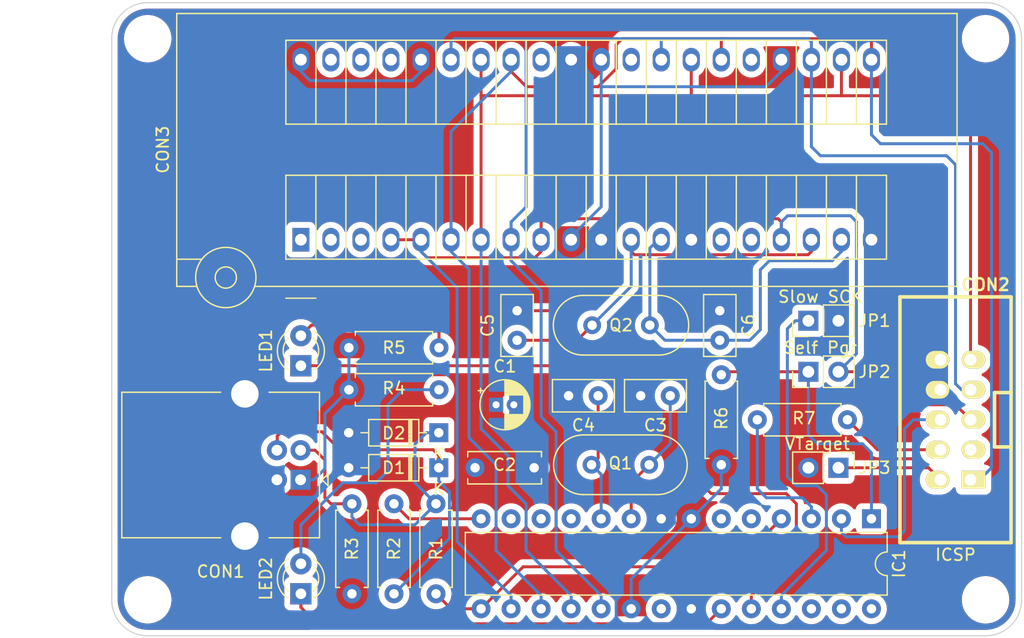
<source format=kicad_pcb>
(kicad_pcb (version 20211014) (generator pcbnew)
  (title_block (title "USBasp - USB programmer for Atmel AVR controllers") (date "2022-12-04") (rev "v01.2") (comment 2 "https://www.gnu.org/licenses/gpl.html") (comment 3 "License: GNU General Public License (GPL) version 3") (comment 4 "Author: Poly Electronics"))
  (layers (0 "F.Cu" signal) (31 "B.Cu" signal) (34 "B.Paste" user) (35 "F.Paste" user) (36 "B.SilkS" user "B.Silkscreen") (37 "F.SilkS" user "F.Silkscreen") (38 "B.Mask" user) (39 "F.Mask" user) (44 "Edge.Cuts" user))
  (net 0 "")
  (net 1 "GND")
  (net 2 "+5V")
  (net 3 "Net-(C3-Pad1)")
  (net 4 "Net-(C4-Pad1)")
  (net 5 "OSC1")
  (net 6 "OSC2")
  (net 7 "Net-(CON1-Pad3)")
  (net 8 "Net-(CON1-Pad2)")
  (net 9 "MISO")
  (net 10 "SCK")
  (net 11 "Net-(CON2-Pad6)")
  (net 12 "RST")
  (net 13 "Net-(CON2-Pad4)")
  (net 15 "Net-(CON2-Pad2)")
  (net 16 "MOSI")
  (net 17 "Net-(IC1-Pad14)")
  (net 18 "Net-(IC1-Pad25)")
  (net 19 "Net-(IC1-Pad24)")
  (net 20 "Net-(IC1-Pad23)")
  (net 21 "Net-(IC1-Pad15)")
  (net 22 "Net-(IC1-Pad3)")
  (net 23 "Net-(IC1-Pad1)")
  (net 24 "Net-(LED1-Pad2)")
  (net 25 "Net-(LED2-Pad2)")
  (footprint "LED_THT:LED_D3.0mm" (layer "F.Cu") (at 123.19 104.14 90)
    (fp_text reference "LED1" (at 1.27 -2.96 90) (layer "F.SilkS"))
    (fp_text value "green")
    (pad "1" thru_hole rect (at 0 0 90) (size 1.8 1.8) (drill 0.9) (layers *.Cu *.Mask) (net 19 "Net-(IC1-Pad24)"))
    (pad "2" thru_hole circle (at 2.54 0 90) (size 1.8 1.8) (drill 0.9) (layers *.Cu *.Mask) (net 24 "Net-(LED1-Pad2)"))
  )
  (footprint "LED_THT:LED_D3.0mm" (layer "F.Cu") (at 123.19 123.444 90)
    (fp_text reference "LED2" (at 1.27 -2.96 90) (layer "F.SilkS"))
    (fp_text value "red")
    (pad "1" thru_hole rect (at 0 0 90) (size 1.8 1.8) (drill 0.9) (layers *.Cu *.Mask) (net 20 "Net-(IC1-Pad23)"))
    (pad "2" thru_hole circle (at 2.54 0 90) (size 1.8 1.8) (drill 0.9) (layers *.Cu *.Mask) (net 25 "Net-(LED2-Pad2)"))
  )
  (footprint "Connector_PinHeader_2.54mm:PinHeader_1x02_P2.54mm_Vertical" (layer "F.Cu") (at 166.116 104.648 90)
    (fp_text reference "JP2" (at 0 5.588 180) (layer "F.SilkS"))
    (fp_text value "Self programming")
    (pad "1" thru_hole rect (at 0 0 90) (size 1.7 1.7) (drill 1) (layers *.Cu *.Mask) (net 23 "Net-(IC1-Pad1)"))
    (pad "2" thru_hole oval (at 0 2.54 90) (size 1.7 1.7) (drill 1) (layers *.Cu *.Mask) (net 12 "RST"))
  )
  (footprint "Resistor_THT:R_Axial_DIN0207_L6.3mm_D2.5mm_P7.62mm_Horizontal" (layer "F.Cu") (at 131.064 123.444 90)
    (fp_text reference "R2" (at 3.81 0 90) (layer "F.SilkS"))
    (fp_text value "68")
    (pad "1" thru_hole circle (at 0 0 90) (size 1.6 1.6) (drill 0.8) (layers *.Cu *.Mask) (net 7 "Net-(CON1-Pad3)"))
    (pad "2" thru_hole oval (at 7.62 0 90) (size 1.6 1.6) (drill 0.8) (layers *.Cu *.Mask) (net 17 "Net-(IC1-Pad14)"))
  )
  (footprint "Connector_JTAG:vasch_strip_5x2" (layer "F.Cu") (at 178.562 108.712 90)
    (fp_text reference "CON2" (at 11.43 2.54 180) (layer "F.SilkS") (effects (font (thickness 0.2032))))
    (fp_text value "ICSP" hide)
    (pad "1" thru_hole rect (at -5.08 1.27 90) (size 1.5 2) (drill 1 (offset 0 0.25)) (layers *.Cu *.Mask "F.SilkS") (net 16 "MOSI"))
    (pad "2" thru_hole oval (at -5.08 -1.27 90) (size 1.5 2) (drill 1 (offset 0 -0.25)) (layers *.Cu *.Mask "F.SilkS") (net 15 "Net-(CON2-Pad2)"))
    (pad "3" thru_hole oval (at -2.54 1.27 90) (size 1.5 2) (drill 1 (offset 0 0.25)) (layers *.Cu *.Mask "F.SilkS"))
    (pad "4" thru_hole oval (at -2.54 -1.27 90) (size 1.5 2) (drill 1 (offset 0 -0.25)) (layers *.Cu *.Mask "F.SilkS") (net 13 "Net-(CON2-Pad4)"))
    (pad "5" thru_hole oval (at 0 1.27 90) (size 1.5 2) (drill 1 (offset 0 0.25)) (layers *.Cu *.Mask "F.SilkS") (net 12 "RST"))
    (pad "6" thru_hole oval (at 0 -1.27 90) (size 1.5 2) (drill 1 (offset 0 -0.25)) (layers *.Cu *.Mask "F.SilkS") (net 11 "Net-(CON2-Pad6)"))
    (pad "7" thru_hole oval (at 2.54 1.27 90) (size 1.5 2) (drill 1 (offset 0 0.25)) (layers *.Cu *.Mask "F.SilkS") (net 10 "SCK"))
    (pad "8" thru_hole oval (at 2.54 -1.27 90) (size 1.5 2) (drill 1 (offset 0 -0.25)) (layers *.Cu *.Mask "F.SilkS") (net 1 "GND"))
    (pad "9" thru_hole oval (at 5.08 1.27 90) (size 1.5 2) (drill 1 (offset 0 0.25)) (layers *.Cu *.Mask "F.SilkS") (net 9 "MISO"))
    (pad "10" thru_hole oval (at 5.08 -1.27 90) (size 1.5 2) (drill 1 (offset 0 -0.25)) (layers *.Cu *.Mask "F.SilkS") (net 1 "GND"))
  )
  (footprint "Resistor_THT:R_Axial_DIN0207_L6.3mm_D2.5mm_P7.62mm_Horizontal" (layer "F.Cu") (at 127.254 102.616)
    (fp_text reference "R5" (at 3.81 0) (layer "F.SilkS"))
    (fp_text value "1K")
    (pad "1" thru_hole circle (at 0 0) (size 1.6 1.6) (drill 0.8) (layers *.Cu *.Mask) (net 2 "+5V"))
    (pad "2" thru_hole oval (at 7.62 0) (size 1.6 1.6) (drill 0.8) (layers *.Cu *.Mask) (net 24 "Net-(LED1-Pad2)"))
  )
  (footprint "Resistor_THT:R_Axial_DIN0207_L6.3mm_D2.5mm_P7.62mm_Horizontal" (layer "F.Cu") (at 127.254 106.172)
    (fp_text reference "R4" (at 3.81 -0.127) (layer "F.SilkS"))
    (fp_text value "1K")
    (pad "1" thru_hole circle (at 0 0) (size 1.6 1.6) (drill 0.8) (layers *.Cu *.Mask) (net 2 "+5V"))
    (pad "2" thru_hole oval (at 7.62 0) (size 1.6 1.6) (drill 0.8) (layers *.Cu *.Mask) (net 25 "Net-(LED2-Pad2)"))
  )
  (footprint "Resistor_THT:R_Axial_DIN0207_L6.3mm_D2.5mm_P7.62mm_Horizontal" (layer "F.Cu") (at 158.75 112.522 90)
    (fp_text reference "R6" (at 3.937 0 90) (layer "F.SilkS"))
    (fp_text value "10K")
    (pad "1" thru_hole circle (at 0 0 90) (size 1.6 1.6) (drill 0.8) (layers *.Cu *.Mask) (net 2 "+5V"))
    (pad "2" thru_hole oval (at 7.62 0 90) (size 1.6 1.6) (drill 0.8) (layers *.Cu *.Mask) (net 23 "Net-(IC1-Pad1)"))
  )
  (footprint "Crystal:Crystal_HC49-U_Vertical" (layer "F.Cu") (at 152.654 112.522 180)
    (fp_text reference "Q1" (at 2.44 0.127) (layer "F.SilkS"))
    (fp_text value "12MHz")
    (pad "1" thru_hole circle (at 0 0 180) (size 1.5 1.5) (drill 0.8) (layers *.Cu *.Mask) (net 3 "Net-(C3-Pad1)"))
    (pad "2" thru_hole circle (at 4.88 0 180) (size 1.5 1.5) (drill 0.8) (layers *.Cu *.Mask) (net 4 "Net-(C4-Pad1)"))
  )
  (footprint "Diode_THT:D_DO-35_SOD27_P7.62mm_Horizontal" (layer "F.Cu") (at 134.855 109.81 180)
    (fp_text reference "D2" (at 3.81 -0.045) (layer "F.SilkS"))
    (fp_text value "3V6")
    (fp_text user "K" (at 0 -1.8) (layer "F.SilkS"))
    (pad "1" thru_hole rect (at 0 0 180) (size 1.6 1.6) (drill 0.8) (layers *.Cu *.Mask) (net 8 "Net-(CON1-Pad2)"))
    (pad "2" thru_hole oval (at 7.62 0 180) (size 1.6 1.6) (drill 0.8) (layers *.Cu *.Mask) (net 1 "GND"))
  )
  (footprint "Connector_PinHeader_2.54mm:PinHeader_1x02_P2.54mm_Vertical" (layer "F.Cu") (at 168.656 112.776 -90)
    (fp_text reference "JP3" (at 0 -3.048 180) (layer "F.SilkS"))
    (fp_text value "VTarget")
    (pad "1" thru_hole rect (at 0 0 270) (size 1.7 1.7) (drill 1) (layers *.Cu *.Mask) (net 15 "Net-(CON2-Pad2)"))
    (pad "2" thru_hole oval (at 0 2.54 270) (size 1.7 1.7) (drill 1) (layers *.Cu *.Mask) (net 2 "+5V"))
  )
  (footprint "Diode_THT:D_DO-35_SOD27_P7.62mm_Horizontal" (layer "F.Cu") (at 134.855 112.776 180)
    (fp_text reference "D1" (at 3.81 0) (layer "F.SilkS"))
    (fp_text value "3V6")
    (fp_text user "K" (at 0 -1.8) (layer "F.SilkS"))
    (pad "1" thru_hole rect (at 0 0 180) (size 1.6 1.6) (drill 0.8) (layers *.Cu *.Mask) (net 7 "Net-(CON1-Pad3)"))
    (pad "2" thru_hole oval (at 7.62 0 180) (size 1.6 1.6) (drill 0.8) (layers *.Cu *.Mask) (net 1 "GND"))
  )
  (footprint "MountingHole:MountingHole_3mm" (layer "F.Cu") (at 110.236 123.952)
    (fp_text reference "H3" hide)
    (fp_text value "MountingHole" hide)
    (pad "" np_thru_hole circle (at 0 0) (size 3 3) (drill 3) (layers *.Cu *.Mask))
  )
  (footprint "Resistor_THT:R_Axial_DIN0207_L6.3mm_D2.5mm_P7.62mm_Horizontal" (layer "F.Cu") (at 134.62 115.824 -90)
    (fp_text reference "R1" (at 3.81 0 90) (layer "F.SilkS"))
    (fp_text value "68")
    (pad "1" thru_hole circle (at 0 0 270) (size 1.6 1.6) (drill 0.8) (layers *.Cu *.Mask) (net 8 "Net-(CON1-Pad2)"))
    (pad "2" thru_hole oval (at 7.62 0 270) (size 1.6 1.6) (drill 0.8) (layers *.Cu *.Mask) (net 21 "Net-(IC1-Pad15)"))
  )
  (footprint "Capacitor_THT:C_Disc_D5.0mm_W2.5mm_P2.50mm" (layer "F.Cu") (at 141.478 101.981 90)
    (fp_text reference "C5" (at 1.25 -2.5 90) (layer "F.SilkS"))
    (fp_text value "22p")
    (pad "1" thru_hole circle (at 0 0 90) (size 1.6 1.6) (drill 0.8) (layers *.Cu *.Mask) (net 5 "OSC1"))
    (pad "2" thru_hole circle (at 2.5 0 90) (size 1.6 1.6) (drill 0.8) (layers *.Cu *.Mask) (net 1 "GND"))
  )
  (footprint "Resistor_THT:R_Axial_DIN0207_L6.3mm_D2.5mm_P7.62mm_Horizontal" (layer "F.Cu") (at 169.418 108.712 180)
    (fp_text reference "R7" (at 3.683 0.127) (layer "F.SilkS"))
    (fp_text value "1K")
    (pad "1" thru_hole circle (at 0 0 180) (size 1.6 1.6) (drill 0.8) (layers *.Cu *.Mask) (net 13 "Net-(CON2-Pad4)"))
    (pad "2" thru_hole oval (at 7.62 0 180) (size 1.6 1.6) (drill 0.8) (layers *.Cu *.Mask) (net 22 "Net-(IC1-Pad3)"))
  )
  (footprint "Capacitor_THT:C_Disc_D6.0mm_W2.5mm_P5.00mm" (layer "F.Cu") (at 137.922 112.776)
    (fp_text reference "C2" (at 2.5 -0.254) (layer "F.SilkS"))
    (fp_text value "100n")
    (pad "1" thru_hole circle (at 0 0) (size 1.6 1.6) (drill 0.8) (layers *.Cu *.Mask) (net 2 "+5V"))
    (pad "2" thru_hole circle (at 5 0) (size 1.6 1.6) (drill 0.8) (layers *.Cu *.Mask) (net 1 "GND"))
  )
  (footprint "MountingHole:MountingHole_3mm" (layer "F.Cu") (at 110.236 76.454)
    (fp_text reference "H1" hide)
    (fp_text value "MountingHole" hide)
    (pad "" np_thru_hole circle (at 0 0) (size 3 3) (drill 3) (layers *.Cu *.Mask))
  )
  (footprint "MountingHole:MountingHole_3mm" (layer "F.Cu") (at 181.102 76.454)
    (fp_text reference "H2" hide)
    (fp_text value "MountingHole" hide)
    (pad "" np_thru_hole circle (at 0 0) (size 3 3) (drill 3) (layers *.Cu *.Mask))
  )
  (footprint "Connector_PinHeader_2.54mm:PinHeader_1x02_P2.54mm_Vertical" (layer "F.Cu") (at 166.116 100.33 90)
    (fp_text reference "JP1" (at 0 5.588 180) (layer "F.SilkS"))
    (fp_text value "Slow SCK")
    (pad "1" thru_hole rect (at 0 0 90) (size 1.7 1.7) (drill 1) (layers *.Cu *.Mask) (net 18 "Net-(IC1-Pad25)"))
    (pad "2" thru_hole oval (at 0 2.54 90) (size 1.7 1.7) (drill 1) (layers *.Cu *.Mask) (net 1 "GND"))
  )
  (footprint "Capacitor_THT:C_Disc_D5.0mm_W2.5mm_P2.50mm" (layer "F.Cu") (at 154.432 106.68 180)
    (fp_text reference "C3" (at 1.25 -2.5) (layer "F.SilkS"))
    (fp_text value "22p")
    (pad "1" thru_hole circle (at 0 0 180) (size 1.6 1.6) (drill 0.8) (layers *.Cu *.Mask) (net 3 "Net-(C3-Pad1)"))
    (pad "2" thru_hole circle (at 2.5 0 180) (size 1.6 1.6) (drill 0.8) (layers *.Cu *.Mask) (net 1 "GND"))
  )
  (footprint "MountingHole:MountingHole_3mm" (layer "F.Cu") (at 181.102 123.952)
    (fp_text reference "H4" hide)
    (fp_text value "MountingHole" hide)
    (pad "" np_thru_hole circle (at 0 0) (size 3 3) (drill 3) (layers *.Cu *.Mask))
  )
  (footprint "Resistor_THT:R_Axial_DIN0207_L6.3mm_D2.5mm_P7.62mm_Horizontal" (layer "F.Cu") (at 127.508 123.444 90)
    (fp_text reference "R3" (at 3.81 0 90) (layer "F.SilkS"))
    (fp_text value "2K2")
    (pad "1" thru_hole circle (at 0 0 90) (size 1.6 1.6) (drill 0.8) (layers *.Cu *.Mask) (net 2 "+5V"))
    (pad "2" thru_hole oval (at 7.62 0 90) (size 1.6 1.6) (drill 0.8) (layers *.Cu *.Mask) (net 8 "Net-(CON1-Pad2)"))
  )
  (footprint "Capacitor_THT:C_Disc_D5.0mm_W2.5mm_P2.50mm" (layer "F.Cu") (at 148.336 106.68 180)
    (fp_text reference "C4" (at 1.25 -2.5) (layer "F.SilkS"))
    (fp_text value "22p")
    (pad "1" thru_hole circle (at 0 0 180) (size 1.6 1.6) (drill 0.8) (layers *.Cu *.Mask) (net 4 "Net-(C4-Pad1)"))
    (pad "2" thru_hole circle (at 2.5 0 180) (size 1.6 1.6) (drill 0.8) (layers *.Cu *.Mask) (net 1 "GND"))
  )
  (footprint "Crystal:Crystal_HC49-4H_Vertical" (layer "F.Cu") (at 147.828 100.711)
    (fp_text reference "Q2" (at 2.44 0) (layer "F.SilkS"))
    (fp_text value "4MHz")
    (pad "1" thru_hole circle (at 0 0) (size 1.5 1.5) (drill 0.8) (layers *.Cu *.Mask) (net 5 "OSC1"))
    (pad "2" thru_hole circle (at 4.88 0) (size 1.5 1.5) (drill 0.8) (layers *.Cu *.Mask) (net 6 "OSC2"))
  )
  (footprint "Capacitor_THT:C_Disc_D5.0mm_W2.5mm_P2.50mm" (layer "F.Cu") (at 158.623 101.981 90)
    (fp_text reference "C6" (at 1.25 2.413 90) (layer "F.SilkS"))
    (fp_text value "22p")
    (pad "1" thru_hole circle (at 0 0 90) (size 1.6 1.6) (drill 0.8) (layers *.Cu *.Mask) (net 6 "OSC2"))
    (pad "2" thru_hole circle (at 2.5 0 90) (size 1.6 1.6) (drill 0.8) (layers *.Cu *.Mask) (net 1 "GND"))
  )
  (footprint "Socket:3M_Textool_240-1288-00-0602J_2x20_P2.54mm" (layer "F.Cu") (at 123.19 93.472 90)
    (fp_text reference "CON3" (at 7.62 -11.68 90) (layer "F.SilkS"))
    (fp_text value "ZIF Socket")
    (pad "1" thru_hole rect (at 0 0 90) (size 2 1.44) (drill 1) (layers *.Cu *.Mask))
    (pad "2" thru_hole oval (at 0 2.54 90) (size 2 1.44) (drill 1) (layers *.Cu *.Mask))
    (pad "3" thru_hole oval (at 0 5.08 90) (size 2 1.44) (drill 1) (layers *.Cu *.Mask))
    (pad "4" thru_hole oval (at 0 7.62 90) (size 2 1.44) (drill 1) (layers *.Cu *.Mask) (net 12 "RST"))
    (pad "5" thru_hole oval (at 0 10.16 90) (size 2 1.44) (drill 1) (layers *.Cu *.Mask) (net 12 "RST"))
    (pad "6" thru_hole oval (at 0 12.7 90) (size 2 1.44) (drill 1) (layers *.Cu *.Mask) (net 16 "MOSI"))
    (pad "7" thru_hole oval (at 0 15.24 90) (size 2 1.44) (drill 1) (layers *.Cu *.Mask) (net 9 "MISO"))
    (pad "8" thru_hole oval (at 0 17.78 90) (size 2 1.44) (drill 1) (layers *.Cu *.Mask) (net 10 "SCK"))
    (pad "9" thru_hole oval (at 0 20.32 90) (size 2 1.44) (drill 1) (layers *.Cu *.Mask) (net 12 "RST"))
    (pad "10" thru_hole oval (at 0 22.86 90) (size 2 1.44) (drill 1) (layers *.Cu *.Mask) (net 2 "+5V"))
    (pad "11" thru_hole oval (at 0 25.4 90) (size 2 1.44) (drill 1) (layers *.Cu *.Mask) (net 1 "GND"))
    (pad "12" thru_hole oval (at 0 27.94 90) (size 2 1.44) (drill 1) (layers *.Cu *.Mask) (net 5 "OSC1"))
    (pad "13" thru_hole oval (at 0 30.48 90) (size 2 1.44) (drill 1) (layers *.Cu *.Mask) (net 6 "OSC2"))
    (pad "14" thru_hole oval (at 0 33.02 90) (size 2 1.44) (drill 1) (layers *.Cu *.Mask) (net 1 "GND"))
    (pad "15" thru_hole oval (at 0 35.56 90) (size 2 1.44) (drill 1) (layers *.Cu *.Mask))
    (pad "16" thru_hole oval (at 0 38.1 90) (size 2 1.44) (drill 1) (layers *.Cu *.Mask))
    (pad "17" thru_hole oval (at 0 40.64 90) (size 2 1.44) (drill 1) (layers *.Cu *.Mask) (net 12 "RST"))
    (pad "18" thru_hole oval (at 0 43.18 90) (size 2 1.44) (drill 1) (layers *.Cu *.Mask) (net 5 "OSC1"))
    (pad "19" thru_hole oval (at 0 45.72 90) (size 2 1.44) (drill 1) (layers *.Cu *.Mask) (net 6 "OSC2"))
    (pad "20" thru_hole oval (at 0 48.26 90) (size 2 1.44) (drill 1) (layers *.Cu *.Mask) (net 1 "GND"))
    (pad "21" thru_hole oval (at 15.24 48.26 90) (size 2 1.44) (drill 1) (layers *.Cu *.Mask) (net 16 "MOSI"))
    (pad "22" thru_hole oval (at 15.24 45.72 90) (size 2 1.44) (drill 1) (layers *.Cu *.Mask) (net 9 "MISO"))
    (pad "23" thru_hole oval (at 15.24 43.18 90) (size 2 1.44) (drill 1) (layers *.Cu *.Mask) (net 10 "SCK"))
    (pad "24" thru_hole oval (at 15.24 40.64 90) (size 2 1.44) (drill 1) (layers *.Cu *.Mask) (net 2 "+5V"))
    (pad "25" thru_hole oval (at 15.24 38.1 90) (size 2 1.44) (drill 1) (layers *.Cu *.Mask))
    (pad "26" thru_hole oval (at 15.24 35.56 90) (size 2 1.44) (drill 1) (layers *.Cu *.Mask) (net 16 "MOSI"))
    (pad "27" thru_hole oval (at 15.24 33.02 90) (size 2 1.44) (drill 1) (layers *.Cu *.Mask) (net 9 "MISO"))
    (pad "28" thru_hole oval (at 15.24 30.48 90) (size 2 1.44) (drill 1) (layers *.Cu *.Mask) (net 10 "SCK"))
    (pad "29" thru_hole oval (at 15.24 27.94 90) (size 2 1.44) (drill 1) (layers *.Cu *.Mask))
    (pad "30" thru_hole oval (at 15.24 25.4 90) (size 2 1.44) (drill 1) (layers *.Cu *.Mask) (net 2 "+5V"))
    (pad "31" thru_hole oval (at 15.24 22.86 90) (size 2 1.44) (drill 1) (layers *.Cu *.Mask) (net 1 "GND"))
    (pad "32" thru_hole oval (at 15.24 20.32 90) (size 2 1.44) (drill 1) (layers *.Cu *.Mask))
    (pad "33" thru_hole oval (at 15.24 17.78 90) (size 2 1.44) (drill 1) (layers *.Cu *.Mask) (net 16 "MOSI"))
    (pad "34" thru_hole oval (at 15.24 15.24 90) (size 2 1.44) (drill 1) (layers *.Cu *.Mask) (net 9 "MISO"))
    (pad "35" thru_hole oval (at 15.24 12.7 90) (size 2 1.44) (drill 1) (layers *.Cu *.Mask) (net 10 "SCK"))
    (pad "36" thru_hole oval (at 15.24 10.16 90) (size 2 1.44) (drill 1) (layers *.Cu *.Mask) (net 2 "+5V"))
    (pad "37" thru_hole oval (at 15.24 7.62 90) (size 2 1.44) (drill 1) (layers *.Cu *.Mask))
    (pad "38" thru_hole oval (at 15.24 5.08 90) (size 2 1.44) (drill 1) (layers *.Cu *.Mask))
    (pad "39" thru_hole oval (at 15.24 2.54 90) (size 2 1.44) (drill 1) (layers *.Cu *.Mask))
    (pad "40" thru_hole oval (at 15.24 0 90) (size 2 1.44) (drill 1) (layers *.Cu *.Mask) (net 2 "+5V"))
  )
  (footprint "Connector_USB:USB_B_OST_USB-B1HSxx_Horizontal" (layer "F.Cu") (at 123.1635 113.792 180)
    (fp_text reference "CON1" (at 6.76 -7.77) (layer "F.SilkS"))
    (fp_text value "USB_B")
    (pad "1" thru_hole rect (at 0 0 180) (size 1.7 1.7) (drill 0.92) (layers *.Cu *.Mask) (net 2 "+5V"))
    (pad "2" thru_hole circle (at 0 2.5 180) (size 1.7 1.7) (drill 0.92) (layers *.Cu *.Mask) (net 8 "Net-(CON1-Pad2)"))
    (pad "3" thru_hole circle (at 2 2.5 180) (size 1.7 1.7) (drill 0.92) (layers *.Cu *.Mask) (net 7 "Net-(CON1-Pad3)"))
    (pad "4" thru_hole circle (at 2 0 180) (size 1.7 1.7) (drill 0.92) (layers *.Cu *.Mask) (net 1 "GND"))
    (pad "5" thru_hole circle (at 4.71 -4.77 180) (size 3.5 3.5) (drill 2.33) (layers *.Cu *.Mask) (net 1 "GND"))
    (pad "5" thru_hole circle (at 4.71 7.27 180) (size 3.5 3.5) (drill 2.33) (layers *.Cu *.Mask) (net 1 "GND"))
  )
  (footprint "Capacitor_THT:CP_Radial_D4.0mm_P1.50mm" (layer "F.Cu") (at 139.7 107.442)
    (fp_text reference "C1" (at 0.75 -3.25) (layer "F.SilkS"))
    (fp_text value "4.7u")
    (pad "1" thru_hole rect (at 0 0) (size 1.2 1.2) (drill 0.6) (layers *.Cu *.Mask) (net 2 "+5V"))
    (pad "2" thru_hole circle (at 1.5 0) (size 1.2 1.2) (drill 0.6) (layers *.Cu *.Mask) (net 1 "GND"))
  )
  (footprint "Package_DIP:DIP-28_W7.62mm" (layer "F.Cu") (at 171.45 117.094 -90)
    (fp_text reference "IC1" (at 3.81 -2.33 90) (layer "F.SilkS"))
    (fp_text value "ATmega8-16P")
    (pad "1" thru_hole rect (at 0 0 270) (size 1.6 1.6) (drill 0.8) (layers *.Cu *.Mask) (net 23 "Net-(IC1-Pad1)"))
    (pad "2" thru_hole oval (at 0 2.54 270) (size 1.6 1.6) (drill 0.8) (layers *.Cu *.Mask) (net 11 "Net-(CON2-Pad6)"))
    (pad "3" thru_hole oval (at 0 5.08 270) (size 1.6 1.6) (drill 0.8) (layers *.Cu *.Mask) (net 22 "Net-(IC1-Pad3)"))
    (pad "4" thru_hole oval (at 0 7.62 270) (size 1.6 1.6) (drill 0.8) (layers *.Cu *.Mask) (net 21 "Net-(IC1-Pad15)"))
    (pad "5" thru_hole oval (at 0 10.16 270) (size 1.6 1.6) (drill 0.8) (layers *.Cu *.Mask))
    (pad "6" thru_hole oval (at 0 12.7 270) (size 1.6 1.6) (drill 0.8) (layers *.Cu *.Mask))
    (pad "7" thru_hole oval (at 0 15.24 270) (size 1.6 1.6) (drill 0.8) (layers *.Cu *.Mask) (net 2 "+5V"))
    (pad "8" thru_hole oval (at 0 17.78 270) (size 1.6 1.6) (drill 0.8) (layers *.Cu *.Mask) (net 1 "GND"))
    (pad "9" thru_hole oval (at 0 20.32 270) (size 1.6 1.6) (drill 0.8) (layers *.Cu *.Mask) (net 3 "Net-(C3-Pad1)"))
    (pad "10" thru_hole oval (at 0 22.86 270) (size 1.6 1.6) (drill 0.8) (layers *.Cu *.Mask) (net 4 "Net-(C4-Pad1)"))
    (pad "11" thru_hole oval (at 0 25.4 270) (size 1.6 1.6) (drill 0.8) (layers *.Cu *.Mask))
    (pad "12" thru_hole oval (at 0 27.94 270) (size 1.6 1.6) (drill 0.8) (layers *.Cu *.Mask))
    (pad "13" thru_hole oval (at 0 30.48 270) (size 1.6 1.6) (drill 0.8) (layers *.Cu *.Mask))
    (pad "14" thru_hole oval (at 0 33.02 270) (size 1.6 1.6) (drill 0.8) (layers *.Cu *.Mask) (net 17 "Net-(IC1-Pad14)"))
    (pad "15" thru_hole oval (at 7.62 33.02 270) (size 1.6 1.6) (drill 0.8) (layers *.Cu *.Mask) (net 21 "Net-(IC1-Pad15)"))
    (pad "16" thru_hole oval (at 7.62 30.48 270) (size 1.6 1.6) (drill 0.8) (layers *.Cu *.Mask) (net 12 "RST"))
    (pad "17" thru_hole oval (at 7.62 27.94 270) (size 1.6 1.6) (drill 0.8) (layers *.Cu *.Mask) (net 16 "MOSI"))
    (pad "18" thru_hole oval (at 7.62 25.4 270) (size 1.6 1.6) (drill 0.8) (layers *.Cu *.Mask) (net 9 "MISO"))
    (pad "19" thru_hole oval (at 7.62 22.86 270) (size 1.6 1.6) (drill 0.8) (layers *.Cu *.Mask) (net 10 "SCK"))
    (pad "20" thru_hole oval (at 7.62 20.32 270) (size 1.6 1.6) (drill 0.8) (layers *.Cu *.Mask) (net 2 "+5V"))
    (pad "21" thru_hole oval (at 7.62 17.78 270) (size 1.6 1.6) (drill 0.8) (layers *.Cu *.Mask))
    (pad "22" thru_hole oval (at 7.62 15.24 270) (size 1.6 1.6) (drill 0.8) (layers *.Cu *.Mask) (net 1 "GND"))
    (pad "23" thru_hole oval (at 7.62 12.7 270) (size 1.6 1.6) (drill 0.8) (layers *.Cu *.Mask) (net 20 "Net-(IC1-Pad23)"))
    (pad "24" thru_hole oval (at 7.62 10.16 270) (size 1.6 1.6) (drill 0.8) (layers *.Cu *.Mask) (net 19 "Net-(IC1-Pad24)"))
    (pad "25" thru_hole oval (at 7.62 7.62 270) (size 1.6 1.6) (drill 0.8) (layers *.Cu *.Mask) (net 18 "Net-(IC1-Pad25)"))
    (pad "26" thru_hole oval (at 7.62 5.08 270) (size 1.6 1.6) (drill 0.8) (layers *.Cu *.Mask))
    (pad "27" thru_hole oval (at 7.62 2.54 270) (size 1.6 1.6) (drill 0.8) (layers *.Cu *.Mask))
    (pad "28" thru_hole oval (at 7.62 0 270) (size 1.6 1.6) (drill 0.8) (layers *.Cu *.Mask))
  )
  (gr_arc (start 181.102 73.406) (mid 183.257261 74.298739) (end 184.15 76.454) (layer "Edge.Cuts") (width 0.1))
  (gr_line (start 184.15 123.952) (end 184.15 76.454) (layer "Edge.Cuts") (width 0.1))
  (gr_line (start 181.102 73.406) (end 110.236 73.406) (layer "Edge.Cuts") (width 0.1))
  (gr_arc (start 110.236 127) (mid 108.080739 126.107261) (end 107.188 123.952) (layer "Edge.Cuts") (width 0.1))
  (gr_arc (start 107.188 76.454) (mid 108.080739 74.298739) (end 110.236 73.406) (layer "Edge.Cuts") (width 0.1))
  (gr_arc (start 184.15 123.952) (mid 183.257261 126.107261) (end 181.102 127) (layer "Edge.Cuts") (width 0.1))
  (gr_line (start 110.236 127) (end 181.102 127) (layer "Edge.Cuts") (width 0.1))
  (gr_line (start 107.188 76.454) (end 107.188 123.952) (layer "Edge.Cuts") (width 0.1))
  (gr_text "Slow SCK" (at 167.132 98.298) (layer "F.SilkS") (effects (font (size 1 1))))
  (gr_text "Self Pgr" (at 167.132 102.616) (layer "F.SilkS") (effects (font (size 1 1))))
  (gr_text "ICSP" (at 178.562 120.142) (layer "F.SilkS") (effects (font (size 1 1))))
  (gr_text "VTarget" (at 166.878 110.744) (layer "F.SilkS") (effects (font (size 1 1))))
  (segment (start 148.59 96.012) (end 148.59 93.218) (width 0.25) (layer "F.Cu") (net 1))
  (segment (start 158.623 99.481) (end 158.9493 99.1547) (width 0.25) (layer "F.Cu") (net 1))
  (segment (start 141.478 99.481) (end 145.121 99.481) (width 0.25) (layer "F.Cu") (net 1))
  (segment (start 145.121 99.481) (end 148.59 96.012) (width 0.25) (layer "F.Cu") (net 1))
  (segment (start 149.86 125.476) (end 150.368 125.984) (width 0.25) (layer "B.Cu") (net 1))
  (segment (start 149.86 120.904) (end 153.67 117.094) (width 0.25) (layer "B.Cu") (net 1))
  (segment (start 143.38 112.776) (end 143.002 112.776) (width 0.25) (layer "B.Cu") (net 1))
  (segment (start 121.19 113.9673) (end 121.19 113.792) (width 0.25) (layer "B.Cu") (net 1))
  (segment (start 148.59 93.218) (end 148.59 94.742) (width 0.25) (layer "B.Cu") (net 1))
  (segment (start 147.828 95.504) (end 145.288 95.504) (width 0.25) (layer "B.Cu") (net 1))
  (segment (start 156.21 125.476) (end 156.21 124.714) (width 0.25) (layer "B.Cu") (net 1))
  (segment (start 141.224 107.442) (end 141.224 107.6969) (width 0.25) (layer "B.Cu") (net 1))
  (segment (start 144.78 79.248) (end 146.05 77.978) (width 0.25) (layer "B.Cu") (net 1))
  (segment (start 148.59 94.742) (end 147.828 95.504) (width 0.25) (layer "B.Cu") (net 1))
  (segment (start 149.86 120.904) (end 149.86 125.476) (width 0.25) (layer "B.Cu") (net 1))
  (segment (start 144.78 94.996) (end 144.78 79.248) (width 0.25) (layer "B.Cu") (net 1))
  (segment (start 150.368 125.984) (end 155.702 125.984) (width 0.25) (layer "B.Cu") (net 1))
  (segment (start 155.702 125.984) (end 156.21 125.476) (width 0.25) (layer "B.Cu") (net 1))
  (segment (start 145.288 95.504) (end 144.78 94.996) (width 0.25) (layer "B.Cu") (net 1))
  (segment (start 121.158 98.552) (end 121.158 105.664) (width 0.25) (layer "F.Cu") (net 2))
  (segment (start 127.254 106.172) (end 128.524 104.902) (width 0.25) (layer "F.Cu") (net 2))
  (segment (start 154.432 118.872) (end 156.21 117.094) (width 0.25) (layer "F.Cu") (net 2))
  (segment (start 137.922 112.776) (end 137.922 110.744) (width 0.25) (layer "F.Cu") (net 2))
  (segment (start 137.922 114.046) (end 138.684 114.808) (width 0.25) (layer "F.Cu") (net 2))
  (segment (start 139.724 107.442) (end 139.724 107.275) (width 0.25) (layer "F.Cu") (net 2))
  (segment (start 146.05 95.504) (end 144.018 97.536) (width 0.25) (layer "F.Cu") (net 2))
  (segment (start 139.7 107.442) (end 139.7 105.664) (width 0.25) (layer "F.Cu") (net 2))
  (segment (start 145.796 118.872) (end 154.432 118.872) (width 0.25) (layer "F.Cu") (net 2))
  (segment (start 166.116 112.776) (end 159.004 112.776) (width 0.25) (layer "F.Cu") (net 2))
  (segment (start 144.018 97.536) (end 122.174 97.536) (width 0.25) (layer "F.Cu") (net 2))
  (segment (start 121.666 106.172) (end 127.254 106.172) (width 0.25) (layer "F.Cu") (net 2))
  (segment (start 139.7 107.442) (end 139.7 108.966) (width 0.25) (layer "F.Cu") (net 2))
  (segment (start 139.7 105.664) (end 138.938 104.902) (width 0.25) (layer "F.Cu") (net 2))
  (segment (start 128.524 104.902) (end 138.938 104.902) (width 0.25) (layer "F.Cu") (net 2))
  (segment (start 121.158 105.664) (end 121.666 106.172) (width 0.25) (layer "F.Cu") (net 2))
  (segment (start 138.684 114.808) (end 143.764 114.808) (width 0.25) (layer "F.Cu") (net 2))
  (segment (start 137.922 112.776) (end 137.922 114.046) (width 0.25) (layer "F.Cu") (net 2))
  (segment (start 127.508 121.158) (end 123.19 116.84) (width 0.25) (layer "F.Cu") (net 2))
  (segment (start 127.508 123.444) (end 127.508 121.158) (width 0.25) (layer "F.Cu") (net 2))
  (segment (start 139.7 108.966) (end 137.922 110.744) (width 0.25) (layer "F.Cu") (net 2))
  (segment (start 122.174 97.536) (end 121.158 98.552) (width 0.25) (layer "F.Cu") (net 2))
  (segment (start 123.19 116.84) (end 123.19 113.792) (width 0.25) (layer "F.Cu") (net 2))
  (segment (start 144.78 117.856) (end 144.78 115.824) (width 0.25) (layer "F.Cu") (net 2))
  (segment (start 146.05 93.218) (end 146.05 95.504) (width 0.25) (layer "F.Cu") (net 2))
  (segment (start 144.78 117.856) (end 145.796 118.872) (width 0.25) (layer "F.Cu") (net 2))
  (segment (start 144.78 115.824) (end 143.764 114.808) (width 0.25) (layer "F.Cu") (net 2))
  (segment (start 159.004 112.776) (end 158.75 112.522) (width 0.25) (layer "F.Cu") (net 2))
  (segment (start 124.29 113.792) (end 125.222 112.86) (width 0.25) (layer "B.Cu") (net 2))
  (segment (start 123.19 77.978) (end 123.19 79.228) (width 0.25) (layer "B.Cu") (net 2))
  (segment (start 156.21 117.094) (end 151.13 122.174) (width 0.25) (layer "B.Cu") (net 2))
  (segment (start 163.83 77.978) (end 163.83 79.228) (width 0.25) (layer "B.Cu") (net 2))
  (segment (start 127.254 102.616) (end 127.254 106.172) (width 0.25) (layer "B.Cu") (net 2))
  (segment (start 123.19 79.228) (end 123.972 80.01) (width 0.25) (layer "B.Cu") (net 2))
  (segment (start 132.568 80.01) (end 133.35 79.228) (width 0.25) (layer "B.Cu") (net 2))
  (segment (start 125.222 112.86) (end 125.222 108.204) (width 0.25) (layer "B.Cu") (net 2))
  (segment (start 162.54 80.518) (end 148.59 80.518) (width 0.25) (layer "B.Cu") (net 2))
  (segment (start 148.59 80.518) (end 148.59 90.678) (width 0.25) (layer "B.Cu") (net 2))
  (segment (start 125.222 108.204) (end 127.254 106.172) (width 0.25) (layer "B.Cu") (net 2))
  (segment (start 151.13 124.714) (end 151.13 122.174) (width 0.25) (layer "B.Cu") (net 2))
  (segment (start 123.972 80.01) (end 132.568 80.01) (width 0.25) (layer "B.Cu") (net 2))
  (segment (start 158.75 114.554) (end 156.21 117.094) (width 0.25) (layer "B.Cu") (net 2))
  (segment (start 163.83 79.228) (end 162.54 80.518) (width 0.25) (layer "B.Cu") (net 2))
  (segment (start 148.59 77.978) (end 148.59 80.518) (width 0.25) (layer "B.Cu") (net 2))
  (segment (start 158.75 112.522) (end 158.75 114.554) (width 0.25) (layer "B.Cu") (net 2))
  (segment (start 123.1635 113.792) (end 124.29 113.792) (width 0.25) (layer "B.Cu") (net 2))
  (segment (start 165.862 112.522) (end 166.116 112.776) (width 0.254) (layer "B.Cu") (net 2))
  (segment (start 133.35 79.228) (end 133.35 78.232) (width 0.25) (layer "B.Cu") (net 2))
  (segment (start 148.59 90.678) (end 146.05 93.218) (width 0.25) (layer "B.Cu") (net 2))
  (segment (start 152.654 112.522) (end 151.13 114.046) (width 0.25) (layer "F.Cu") (net 3))
  (segment (start 151.13 114.046) (end 151.13 117.094) (width 0.25) (layer "F.Cu") (net 3))
  (segment (start 154.432 110.744) (end 152.654 112.522) (width 0.25) (layer "B.Cu") (net 3))
  (segment (start 154.432 106.68) (end 154.432 110.744) (width 0.25) (layer "B.Cu") (net 3))
  (segment (start 148.336 106.68) (end 148.336 111.96) (width 0.25) (layer "F.Cu") (net 4))
  (segment (start 148.336 111.96) (end 147.774 112.522) (width 0.25) (layer "F.Cu") (net 4))
  (segment (start 148.59 113.338) (end 148.59 117.094) (width 0.25) (layer "B.Cu") (net 4))
  (segment (start 147.774 112.522) (end 148.59 113.338) (width 0.25) (layer "B.Cu") (net 4))
  (segment (start 151.13 94.468) (end 151.13 93.218) (width 0.25) (layer "F.Cu") (net 5))
  (segment (start 151.404 94.742) (end 151.13 94.468) (width 0.25) (layer "F.Cu") (net 5))
  (segment (start 146.558 101.981) (end 147.828 100.711) (width 0.25) (layer "F.Cu") (net 5))
  (segment (start 166.37 93.218) (end 166.37 94.468) (width 0.25) (layer "F.Cu") (net 5))
  (segment (start 141.478 101.981) (end 146.558 101.981) (width 0.25) (layer "F.Cu") (net 5))
  (segment (start 166.096 94.742) (end 151.404 94.742) (width 0.25) (layer "F.Cu") (net 5))
  (segment (start 166.37 94.468) (end 166.096 94.742) (width 0.25) (layer "F.Cu") (net 5))
  (segment (start 151.13 97.409) (end 147.828 100.711) (width 0.25) (layer "B.Cu") (net 5))
  (segment (start 151.13 93.218) (end 151.13 97.409) (width 0.25) (layer "B.Cu") (net 5))
  (segment (start 168.91 93.218) (end 168.91 92.938) (width 0.254) (layer "B.Cu") (net 6))
  (segment (start 152.708 100.711) (end 152.708 94.18) (width 0.25) (layer "B.Cu") (net 6))
  (segment (start 168.91 93.218) (end 168.91 94.468) (width 0.25) (layer "B.Cu") (net 6))
  (segment (start 162.814 95.25) (end 162.052 96.012) (width 0.25) (layer "B.Cu") (net 6))
  (segment (start 162.052 96.012) (end 162.052 101.092) (width 0.25) (layer "B.Cu") (net 6))
  (segment (start 152.708 94.18) (end 153.67 93.218) (width 0.25) (layer "B.Cu") (net 6))
  (segment (start 162.052 101.092) (end 161.163 101.981) (width 0.25) (layer "B.Cu") (net 6))
  (segment (start 168.128 95.25) (end 162.814 95.25) (width 0.25) (layer "B.Cu") (net 6))
  (segment (start 158.623 101.981) (end 153.978 101.981) (width 0.25) (layer "B.Cu") (net 6))
  (segment (start 153.978 101.981) (end 152.708 100.711) (width 0.25) (layer "B.Cu") (net 6))
  (segment (start 168.91 94.468) (end 168.128 95.25) (width 0.25) (layer "B.Cu") (net 6))
  (segment (start 161.163 101.981) (end 158.623 101.981) (width 0.25) (layer "B.Cu") (net 6))
  (segment (start 134.855 111.726) (end 134.855 112.776) (width 0.25) (layer "F.Cu") (net 7))
  (segment (start 126.492 111.252) (end 134.381 111.252) (width 0.25) (layer "F.Cu") (net 7))
  (segment (start 124.968 109.728) (end 126.492 111.252) (width 0.25) (layer "F.Cu") (net 7))
  (segment (start 121.19 110.089919) (end 121.551919 109.728) (width 0.25) (layer "F.Cu") (net 7))
  (segment (start 134.381 111.252) (end 134.855 111.726) (width 0.25) (layer "F.Cu") (net 7))
  (segment (start 121.19 111.292) (end 121.19 110.089919) (width 0.25) (layer "F.Cu") (net 7))
  (segment (start 121.551919 109.728) (end 124.968 109.728) (width 0.25) (layer "F.Cu") (net 7))
  (segment (start 135.7603 118.7477) (end 131.064 123.444) (width 0.25) (layer "B.Cu") (net 7))
  (segment (start 135.7603 114.8066) (end 135.7603 118.7477) (width 0.25) (layer "B.Cu") (net 7))
  (segment (start 134.855 113.9013) (end 135.7603 114.8066) (width 0.25) (layer "B.Cu") (net 7))
  (segment (start 134.855 112.776) (end 134.855 113.9013) (width 0.25) (layer "B.Cu") (net 7))
  (segment (start 125.222 112.121919) (end 125.222 115.316) (width 0.25) (layer "F.Cu") (net 8))
  (segment (start 124.392081 111.292) (end 125.222 112.121919) (width 0.25) (layer "F.Cu") (net 8))
  (segment (start 123.19 111.292) (end 124.392081 111.292) (width 0.25) (layer "F.Cu") (net 8))
  (segment (start 125.73 115.824) (end 127.508 115.824) (width 0.25) (layer "F.Cu") (net 8))
  (segment (start 125.222 115.316) (end 125.73 115.824) (width 0.25) (layer "F.Cu") (net 8))
  (segment (start 132.842 114.046) (end 132.842 110.773) (width 0.25) (layer "B.Cu") (net 8))
  (segment (start 132.842 117.602) (end 134.62 115.824) (width 0.25) (layer "B.Cu") (net 8))
  (segment (start 128.15463 117.602) (end 132.842 117.602) (width 0.25) (layer "B.Cu") (net 8))
  (segment (start 134.62 115.824) (end 132.842 114.046) (width 0.25) (layer "B.Cu") (net 8))
  (segment (start 133.805 109.81) (end 134.855 109.81) (width 0.25) (layer "B.Cu") (net 8))
  (segment (start 132.842 110.773) (end 133.805 109.81) (width 0.25) (layer "B.Cu") (net 8))
  (segment (start 127.508 115.824) (end 127.508 116.95537) (width 0.25) (layer "B.Cu") (net 8))
  (segment (start 127.508 116.95537) (end 128.15463 117.602) (width 0.25) (layer "B.Cu") (net 8))
  (segment (start 138.43 81.28) (end 138.43 93.472) (width 0.25) (layer "F.Cu") (net 9))
  (segment (start 179.832 82.042) (end 179.07 81.28) (width 0.25) (layer "F.Cu") (net 9))
  (segment (start 168.91 77.978) (end 168.91 81.28) (width 0.25) (layer "F.Cu") (net 9))
  (segment (start 156.21 77.978) (end 156.21 81.28) (width 0.25) (layer "F.Cu") (net 9))
  (segment (start 138.43 78.232) (end 138.43 81.28) (width 0.25) (layer "F.Cu") (net 9))
  (segment (start 168.91 81.28) (end 156.21 81.28) (width 0.25) (layer "F.Cu") (net 9))
  (segment (start 179.832 103.632) (end 179.832 82.042) (width 0.25) (layer "F.Cu") (net 9))
  (segment (start 179.07 81.28) (end 168.91 81.28) (width 0.25) (layer "F.Cu") (net 9))
  (segment (start 156.21 81.28) (end 138.43 81.28) (width 0.25) (layer "F.Cu") (net 9))
  (segment (start 142.24 119.7787) (end 142.24 115.824) (width 0.25) (layer "B.Cu") (net 9))
  (segment (start 142.24 115.824) (end 140.716 114.3) (width 0.25) (layer "B.Cu") (net 9))
  (segment (start 138.43 109.474) (end 138.43 93.218) (width 0.25) (layer "B.Cu") (net 9))
  (segment (start 140.716 111.76) (end 140.716 114.3) (width 0.25) (layer "B.Cu") (net 9))
  (segment (start 146.05 123.5887) (end 142.24 119.7787) (width 0.25) (layer "B.Cu") (net 9))
  (segment (start 140.716 111.76) (end 138.43 109.474) (width 0.25) (layer "B.Cu") (net 9))
  (segment (start 146.05 124.714) (end 146.05 123.5887) (width 0.25) (layer "B.Cu") (net 9))
  (segment (start 143.51 108.458) (end 143.51 97.79) (width 0.25) (layer "B.Cu") (net 10))
  (segment (start 148.59 123.5887) (end 144.78 119.7787) (width 0.25) (layer "B.Cu") (net 10))
  (segment (start 144.78 109.728) (end 143.51 108.458) (width 0.25) (layer "B.Cu") (net 10))
  (segment (start 148.59 124.714) (end 148.59 123.5887) (width 0.25) (layer "B.Cu") (net 10))
  (segment (start 135.89 76.728) (end 136.164 76.454) (width 0.25) (layer "B.Cu") (net 10))
  (segment (start 140.97 95.25) (end 140.97 91.968) (width 0.25) (layer "B.Cu") (net 10))
  (segment (start 167.132 86.36) (end 166.37 85.598) (width 0.25) (layer "B.Cu") (net 10))
  (segment (start 166.37 85.598) (end 166.37 77.978) (width 0.25) (layer "B.Cu") (net 10))
  (segment (start 179.07 106.172) (end 178.562 105.664) (width 0.25) (layer "B.Cu") (net 10))
  (segment (start 166.37 76.728) (end 166.37 77.978) (width 0.25) (layer "B.Cu") (net 10))
  (segment (start 178.562 105.664) (end 178.562 87.122) (width 0.25) (layer "B.Cu") (net 10))
  (segment (start 178.562 87.122) (end 177.8 86.36) (width 0.25) (layer "B.Cu") (net 10))
  (segment (start 144.78 119.7787) (end 144.78 109.728) (width 0.25) (layer "B.Cu") (net 10))
  (segment (start 153.67 77.978) (end 153.67 76.454) (width 0.25) (layer "B.Cu") (net 10))
  (segment (start 166.096 76.454) (end 166.37 76.728) (width 0.25) (layer "B.Cu") (net 10))
  (segment (start 179.832 106.172) (end 179.07 106.172) (width 0.25) (layer "B.Cu") (net 10))
  (segment (start 143.51 97.79) (end 140.97 95.25) (width 0.25) (layer "B.Cu") (net 10))
  (segment (start 136.164 76.454) (end 142.24 76.454) (width 0.25) (layer "B.Cu") (net 10))
  (segment (start 135.89 77.978) (end 135.89 76.728) (width 0.25) (layer "B.Cu") (net 10))
  (segment (start 177.8 86.36) (end 167.132 86.36) (width 0.25) (layer "B.Cu") (net 10))
  (segment (start 153.67 76.454) (end 166.096 76.454) (width 0.25) (layer "B.Cu") (net 10))
  (segment (start 142.24 90.698) (end 142.24 76.454) (width 0.25) (layer "B.Cu") (net 10))
  (segment (start 142.24 76.454) (end 153.67 76.454) (width 0.25) (layer "B.Cu") (net 10))
  (segment (start 140.97 91.968) (end 142.24 90.698) (width 0.25) (layer "B.Cu") (net 10))
  (segment (start 168.91 118.22537) (end 169.30263 118.618) (width 0.25) (layer "B.Cu") (net 11))
  (segment (start 173.736 118.618) (end 174.244 118.11) (width 0.25) (layer "B.Cu") (net 11))
  (segment (start 174.244 109.474) (end 175.006 108.712) (width 0.25) (layer "B.Cu") (net 11))
  (segment (start 169.30263 118.618) (end 173.736 118.618) (width 0.25) (layer "B.Cu") (net 11))
  (segment (start 175.006 108.712) (end 177.292 108.712) (width 0.25) (layer "B.Cu") (net 11))
  (segment (start 168.91 117.094) (end 168.91 118.22537) (width 0.25) (layer "B.Cu") (net 11))
  (segment (start 174.244 118.11) (end 174.244 109.474) (width 0.25) (layer "B.Cu") (net 11))
  (segment (start 163.556 91.694) (end 163.83 91.968) (width 0.25) (layer "F.Cu") (net 12))
  (segment (start 130.81 93.472) (end 133.35 93.472) (width 0.25) (layer "F.Cu") (net 12))
  (segment (start 133.35 94.468) (end 133.878 94.996) (width 0.25) (layer "F.Cu") (net 12))
  (segment (start 133.35 93.472) (end 133.35 94.468) (width 0.25) (layer "F.Cu") (net 12))
  (segment (start 133.878 94.996) (end 142.982 94.996) (width 0.25) (layer "F.Cu") (net 12))
  (segment (start 143.784 91.694) (end 163.556 91.694) (width 0.25) (layer "F.Cu") (net 12))
  (segment (start 168.656 104.648) (end 172.212 104.648) (width 0.25) (layer "F.Cu") (net 12))
  (segment (start 178.562 107.442) (end 179.832 108.712) (width 0.25) (layer "F.Cu") (net 12))
  (segment (start 143.51 94.468) (end 143.51 91.968) (width 0.25) (layer "F.Cu") (net 12))
  (segment (start 175.006 107.442) (end 178.562 107.442) (width 0.25) (layer "F.Cu") (net 12))
  (segment (start 163.83 91.968) (end 163.83 93.218) (width 0.25) (layer "F.Cu") (net 12))
  (segment (start 142.982 94.996) (end 143.51 94.468) (width 0.25) (layer "F.Cu") (net 12))
  (segment (start 172.212 104.648) (end 175.006 107.442) (width 0.25) (layer "F.Cu") (net 12))
  (segment (start 143.51 91.968) (end 143.784 91.694) (width 0.25) (layer "F.Cu") (net 12))
  (segment (start 133.35 94.468) (end 136.398 97.516) (width 0.25) (layer "B.Cu") (net 12))
  (segment (start 170.18 91.948) (end 170.18 103.124) (width 0.25) (layer "B.Cu") (net 12))
  (segment (start 136.398 97.536) (end 136.409 119.0277) (width 0.25) (layer "B.Cu") (net 12))
  (segment (start 163.83 91.968) (end 164.358 91.44) (width 0.25) (layer "B.Cu") (net 12))
  (segment (start 170.18 103.124) (end 168.656 104.648) (width 0.25) (layer "B.Cu") (net 12))
  (segment (start 140.97 124.714) (end 140.97 123.5887) (width 0.25) (layer "B.Cu") (net 12))
  (segment (start 163.83 93.218) (end 163.83 91.968) (width 0.25) (layer "B.Cu") (net 12))
  (segment (start 169.672 91.44) (end 170.18 91.948) (width 0.25) (layer "B.Cu") (net 12))
  (segment (start 136.409 119.0277) (end 140.97 123.5887) (width 0.25) (layer "B.Cu") (net 12))
  (segment (start 133.35 93.218) (end 133.35 94.468) (width 0.25) (layer "B.Cu") (net 12))
  (segment (start 164.358 91.44) (end 169.672 91.44) (width 0.25) (layer "B.Cu") (net 12))
  (segment (start 171.958 111.252) (end 169.418 108.712) (width 0.25) (layer "F.Cu") (net 13))
  (segment (start 177.292 111.252) (end 171.958 111.252) (width 0.25) (layer "F.Cu") (net 13))
  (segment (start 168.656 112.776) (end 176.276 112.776) (width 0.25) (layer "F.Cu") (net 15))
  (segment (start 176.276 112.776) (end 177.292 113.792) (width 0.25) (layer "F.Cu") (net 15))
  (segment (start 159.004 76.454) (end 159.024 76.454) (width 0.25) (layer "F.Cu") (net 16))
  (segment (start 142.26 80.518) (end 148.336 80.518) (width 0.25) (layer "F.Cu") (net 16))
  (segment (start 140.97 78.232) (end 140.97 79.228) (width 0.25) (layer "F.Cu") (net 16))
  (segment (start 140.97 77.978) (end 140.97 78.258) (width 0.25) (layer "F.Cu") (net 16))
  (segment (start 158.75 76.454) (end 159.004 76.454) (width 0.25) (layer "F.Cu") (net 16))
  (segment (start 149.86 78.994) (end 149.86 76.962) (width 0.25) (layer "F.Cu") (net 16))
  (segment (start 158.75 77.978) (end 158.75 76.454) (width 0.25) (layer "F.Cu") (net 16))
  (segment (start 140.97 79.228) (end 142.26 80.518) (width 0.25) (layer "F.Cu") (net 16))
  (segment (start 171.45 76.728) (end 171.176 76.454) (width 0.25) (layer "F.Cu") (net 16))
  (segment (start 150.368 76.454) (end 158.75 76.454) (width 0.25) (layer "F.Cu") (net 16))
  (segment (start 149.86 76.962) (end 150.368 76.454) (width 0.25) (layer "F.Cu") (net 16))
  (segment (start 171.176 76.454) (end 159.004 76.454) (width 0.25) (layer "F.Cu") (net 16))
  (segment (start 171.45 77.978) (end 171.45 76.728) (width 0.25) (layer "F.Cu") (net 16))
  (segment (start 148.336 80.518) (end 149.86 78.994) (width 0.25) (layer "F.Cu") (net 16))
  (segment (start 179.832 113.792) (end 180.721 113.792) (width 0.254) (layer "B.Cu") (net 16))
  (segment (start 135.89 84.308) (end 140.97 79.228) (width 0.25) (layer "B.Cu") (net 16))
  (segment (start 171.45 84.582) (end 171.45 77.978) (width 0.25) (layer "B.Cu") (net 16))
  (segment (start 181.61 86.106) (end 180.848 85.344) (width 0.25) (layer "B.Cu") (net 16))
  (segment (start 140.97 79.228) (end 140.97 77.978) (width 0.25) (layer "B.Cu") (net 16))
  (segment (start 137.414 95.992) (end 135.89 94.468) (width 0.25) (layer "B.Cu") (net 16))
  (segment (start 172.212 85.344) (end 171.45 84.582) (width 0.25) (layer "B.Cu") (net 16))
  (segment (start 137.414 110.236) (end 137.414 95.992) (width 0.25) (layer "B.Cu") (net 16))
  (segment (start 179.832 113.792) (end 180.594 113.792) (width 0.25) (layer "B.Cu") (net 16))
  (segment (start 139.7 119.7787) (end 139.7 112.522) (width 0.25) (layer "B.Cu") (net 16))
  (segment (start 143.51 123.5887) (end 139.7 119.7787) (width 0.25) (layer "B.Cu") (net 16))
  (segment (start 180.848 85.344) (end 172.212 85.344) (width 0.25) (layer "B.Cu") (net 16))
  (segment (start 181.61 112.776) (end 181.61 86.106) (width 0.25) (layer "B.Cu") (net 16))
  (segment (start 180.594 113.792) (end 181.61 112.776) (width 0.25) (layer "B.Cu") (net 16))
  (segment (start 135.89 94.468) (end 135.89 84.308) (width 0.25) (layer "B.Cu") (net 16))
  (segment (start 143.51 124.714) (end 143.51 123.5887) (width 0.25) (layer "B.Cu") (net 16))
  (segment (start 139.7 112.522) (end 137.414 110.236) (width 0.25) (layer "B.Cu") (net 16))
  (segment (start 132.334 117.094) (end 131.064 115.824) (width 0.25) (layer "F.Cu") (net 17))
  (segment (start 138.43 117.094) (end 132.334 117.094) (width 0.25) (layer "F.Cu") (net 17))
  (segment (start 166.116 100.33) (end 165.016 100.33) (width 0.25) (layer "B.Cu") (net 18))
  (segment (start 164.338 113.538) (end 165.1 114.3) (width 0.25) (layer "B.Cu") (net 18))
  (segment (start 164.338 101.008) (end 164.338 113.538) (width 0.25) (layer "B.Cu") (net 18))
  (segment (start 165.016 100.33) (end 164.338 101.008) (width 0.25) (layer "B.Cu") (net 18))
  (segment (start 166.878 114.3) (end 167.64 115.062) (width 0.25) (layer "B.Cu") (net 18))
  (segment (start 163.83 124.714) (end 163.83 123.58263) (width 0.25) (layer "B.Cu") (net 18))
  (segment (start 165.1 114.3) (end 166.878 114.3) (width 0.25) (layer "B.Cu") (net 18))
  (segment (start 167.64 119.77263) (end 167.64 115.062) (width 0.25) (layer "B.Cu") (net 18))
  (segment (start 163.83 123.58263) (end 167.64 119.77263) (width 0.25) (layer "B.Cu") (net 18))
  (segment (start 155.702 104.14) (end 123.19 104.14) (width 0.25) (layer "F.Cu") (net 19))
  (segment (start 157.8933 114.9673) (end 156.718 113.792) (width 0.25) (layer "F.Cu") (net 19))
  (segment (start 156.718 105.156) (end 155.702 104.14) (width 0.25) (layer "F.Cu") (net 19))
  (segment (start 161.29 124.714) (end 161.29 123.58263) (width 0.25) (layer "F.Cu") (net 19))
  (segment (start 165.1 119.77263) (end 165.1 115.824) (width 0.25) (layer "F.Cu") (net 19))
  (segment (start 164.2433 114.9673) (end 157.8933 114.9673) (width 0.25) (layer "F.Cu") (net 19))
  (segment (start 156.718 113.792) (end 156.718 105.156) (width 0.25) (layer "F.Cu") (net 19))
  (segment (start 165.1 115.824) (end 164.2433 114.9673) (width 0.25) (layer "F.Cu") (net 19))
  (segment (start 161.29 123.58263) (end 165.1 119.77263) (width 0.25) (layer "F.Cu") (net 19))
  (segment (start 123.19 123.444) (end 123.19 124.594) (width 0.25) (layer "F.Cu") (net 20))
  (segment (start 157.48 125.984) (end 158.75 124.714) (width 0.25) (layer "F.Cu") (net 20))
  (segment (start 124.58 125.984) (end 157.48 125.984) (width 0.25) (layer "F.Cu") (net 20))
  (segment (start 123.19 124.594) (end 124.58 125.984) (width 0.25) (layer "F.Cu") (net 20))
  (segment (start 159.766 121.158) (end 163.83 117.094) (width 0.25) (layer "F.Cu") (net 21))
  (segment (start 138.43 124.714) (end 141.986 121.158) (width 0.25) (layer "F.Cu") (net 21))
  (segment (start 134.62 123.444) (end 135.89 124.714) (width 0.25) (layer "F.Cu") (net 21))
  (segment (start 141.986 121.158) (end 159.766 121.158) (width 0.25) (layer "F.Cu") (net 21))
  (segment (start 135.89 124.714) (end 138.43 124.714) (width 0.25) (layer "F.Cu") (net 21))
  (segment (start 162.56 115.316) (end 161.798 114.554) (width 0.25) (layer "B.Cu") (net 22))
  (segment (start 166.37 117.094) (end 166.37 116.078) (width 0.25) (layer "B.Cu") (net 22))
  (segment (start 162.56 115.316) (end 165.608 115.316) (width 0.25) (layer "B.Cu") (net 22))
  (segment (start 166.37 116.078) (end 165.608 115.316) (width 0.25) (layer "B.Cu") (net 22))
  (segment (start 161.798 114.554) (end 161.798 108.712) (width 0.25) (layer "B.Cu") (net 22))
  (segment (start 166.116 104.648) (end 159.004 104.648) (width 0.25) (layer "F.Cu") (net 23))
  (segment (start 159.004 104.648) (end 158.75 104.902) (width 0.25) (layer "F.Cu") (net 23))
  (segment (start 166.878 110.744) (end 170.688 110.744) (width 0.25) (layer "B.Cu") (net 23))
  (segment (start 170.688 110.744) (end 171.45 111.506) (width 0.25) (layer "B.Cu") (net 23))
  (segment (start 165.862 104.902) (end 165.989 104.775) (width 0.254) (layer "B.Cu") (net 23))
  (segment (start 166.116 109.982) (end 166.878 110.744) (width 0.25) (layer "B.Cu") (net 23))
  (segment (start 166.116 104.648) (end 166.116 109.982) (width 0.25) (layer "B.Cu") (net 23))
  (segment (start 171.45 111.506) (end 171.45 117.094) (width 0.25) (layer "B.Cu") (net 23))
  (segment (start 165.989 104.775) (end 166.116 104.648) (width 0.254) (layer "B.Cu") (net 23))
  (segment (start 123.19 101.6) (end 123.2993 101.4907) (width 0.25) (layer "F.Cu") (net 24))
  (segment (start 134.228001 100.700001) (end 134.874 101.346) (width 0.25) (layer "F.Cu") (net 24))
  (segment (start 134.874 101.346) (end 134.874 102.616) (width 0.25) (layer "F.Cu") (net 24))
  (segment (start 123.19 101.6) (end 124.089999 100.700001) (width 0.25) (layer "F.Cu") (net 24))
  (segment (start 124.089999 100.700001) (end 134.228001 100.700001) (width 0.25) (layer "F.Cu") (net 24))
  (segment (start 130.556 113.03) (end 130.556 107.442) (width 0.25) (layer "B.Cu") (net 25))
  (segment (start 126.746 114.046) (end 129.54 114.046) (width 0.25) (layer "B.Cu") (net 25))
  (segment (start 131.826 106.172) (end 134.874 106.172) (width 0.25) (layer "B.Cu") (net 25))
  (segment (start 129.54 114.046) (end 130.556 113.03) (width 0.25) (layer "B.Cu") (net 25))
  (segment (start 130.556 107.442) (end 131.826 106.172) (width 0.25) (layer "B.Cu") (net 25))
  (segment (start 123.19 120.904) (end 123.19 117.602) (width 0.25) (layer "B.Cu") (net 25))
  (segment (start 123.19 117.602) (end 126.746 114.046) (width 0.25) (layer "B.Cu") (net 25))
  (zone (net 2) (net_name "+5V") (layer "F.Cu") (connect_pads yes (clearance 0.508)) (min_thickness 0.254) (fill yes (thermal_gap 0.508) (thermal_bridge_width 0.508))
    (polygon (pts (arc (start 107.188 123.952) (mid 108.080739 126.107261) (end 110.236 127)) (arc (start 181.102 127) (mid 183.257261 126.107261) (end 184.15 123.952)) (arc (start 184.15 76.454) (mid 183.257261 74.298739) (end 181.102 73.406)) (arc (start 110.236 73.406) (mid 108.080739 74.298739) (end 107.188 76.454))))
  )
  (zone (net 1) (net_name "GND") (layer "B.Cu") (connect_pads yes (clearance 0.508)) (min_thickness 0.254) (fill yes (thermal_gap 0.508) (thermal_bridge_width 0.508))
    (polygon (pts (arc (start 107.188 123.952) (mid 108.080739 126.107261) (end 110.236 127)) (arc (start 181.102 127) (mid 183.257261 126.107261) (end 184.15 123.952)) (arc (start 184.15 76.454) (mid 183.257261 74.298739) (end 181.102 73.406)) (arc (start 110.236 73.406) (mid 108.080739 74.298739) (end 107.188 76.454))))
  )
)
</source>
